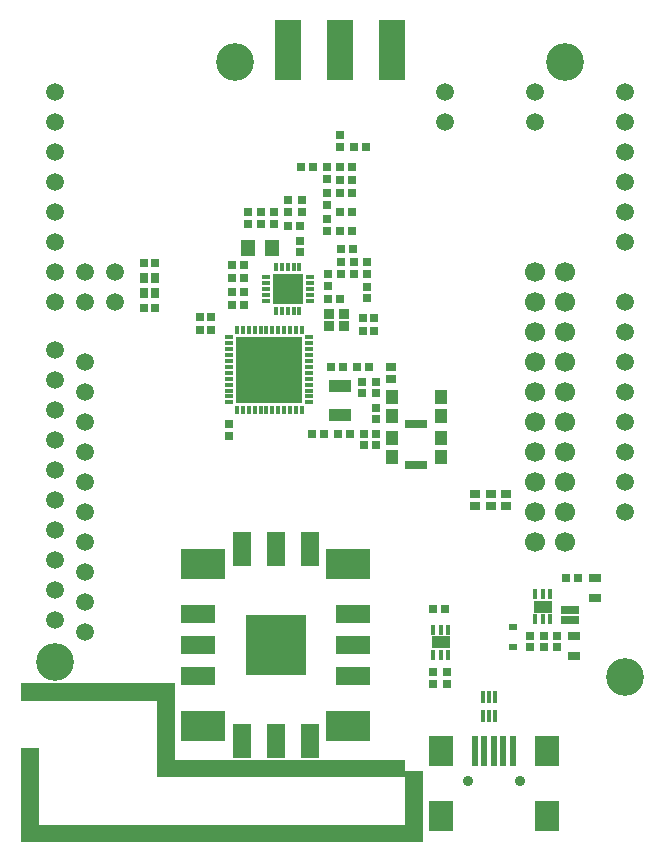
<source format=gts>
G04 DipTrace 2.3.1.0*
%INTopMask.gbr*%
%MOMM*%
%ADD24R,0.7X0.7*%
%ADD25R,0.55X0.55*%
%ADD29R,2.4X2.4*%
%ADD30R,0.5X2.5*%
%ADD31R,2.0X2.5*%
%ADD32R,0.8X0.6*%
%ADD33R,0.75X0.55*%
%ADD36C,1.5*%
%ADD39R,2.286X5.08*%
%ADD44R,0.65X0.4*%
%ADD45R,0.5X0.25*%
%ADD47R,0.4X0.65*%
%ADD48R,0.25X0.5*%
%ADD49R,5.6X5.6*%
%ADD50R,5.4X5.4*%
%ADD51R,2.6X2.6*%
%ADD52R,0.3X1.0*%
%ADD53R,0.25X0.95*%
%ADD55R,0.44X0.84*%
%ADD56R,0.25X0.65*%
%ADD57R,1.6X1.0*%
%ADD58R,1.4X0.8*%
%ADD59R,1.9X1.1*%
%ADD60R,1.8X1.0*%
%ADD66C,0.9*%
%ADD67C,3.2*%
%ADD72R,0.95X0.85*%
%ADD73R,0.55X0.45*%
%ADD83R,0.5X0.75*%
%ADD84R,0.1X0.35*%
%ADD87R,1.9X0.8*%
%ADD88R,1.5X0.4*%
%ADD89R,1.1X1.2*%
%ADD90R,0.7X0.8*%
%ADD93C,1.4*%
%ADD94R,1.2X1.4*%
%ADD95R,0.8X1.0*%
%ADD96C,1.7*%
%ADD98R,0.9X0.8*%
%ADD99R,0.5X0.4*%
%ADD100R,0.8X0.9*%
%ADD101R,0.4X0.5*%
%ADD102R,1.0X0.8*%
%ADD103R,0.6X0.4*%
%ADD108R,2.2X2.2*%
%ADD109R,3.8X2.6*%
%ADD110R,3.4X2.2*%
%ADD111R,1.6X3.0*%
%ADD112R,1.2X2.6*%
%ADD113R,3.0X1.6*%
%ADD114R,2.6X1.2*%
%ADD115R,0.8X0.8*%
%ADD116R,0.4X0.4*%
%FSLAX53Y53*%
G04*
G71*
G90*
G75*
G01*
%LNTopMask*%
%LPD*%
D24*
X26100Y53350D3*
X25100D3*
X26100Y54450D3*
X25100D3*
X27600Y45400D3*
Y44400D3*
X34600Y44600D3*
X35600D3*
X39450Y50200D3*
X38450D3*
X36250D3*
X37250D3*
X37800Y44600D3*
X36800D3*
X38850Y49000D3*
Y48000D3*
D115*
X56100Y32350D3*
X57100D3*
X55350Y27500D3*
Y26500D3*
X40050Y46800D3*
Y45800D3*
Y43600D3*
Y44600D3*
D24*
X28850Y55500D3*
X27850D3*
X37000Y63350D3*
X38000D3*
X37000Y64950D3*
X38000D3*
X34700Y67150D3*
X33700D3*
X39300Y57050D3*
Y56050D3*
X38200Y58100D3*
Y59100D3*
X37100Y58100D3*
Y59100D3*
X39200Y68850D3*
X38200D3*
X37000D3*
Y69850D3*
X38900Y53300D3*
X39900D3*
X38900Y54350D3*
X39900D3*
X32600Y63350D3*
Y64350D3*
X31400Y63350D3*
Y62350D3*
X30300Y63350D3*
Y62350D3*
X38000Y67150D3*
X37000D3*
D115*
X38000Y61750D3*
X37000D3*
X36000Y56000D3*
X37000D3*
X28850Y56550D3*
X27850D3*
X28850Y57800D3*
X27850D3*
X28850Y58850D3*
X27850D3*
X44850Y29750D3*
X45850D3*
X44850Y24400D3*
Y23400D3*
X46050Y24400D3*
Y23400D3*
D113*
X25000Y26700D3*
Y24100D3*
Y29300D3*
X38100Y26700D3*
Y24100D3*
Y29300D3*
D111*
X31550Y18550D3*
X34450D3*
X28650D3*
X31550Y34850D3*
X34450D3*
X28650D3*
D109*
X37700Y19850D3*
X25400D3*
Y33550D3*
X37700D3*
D51*
X30250Y25400D3*
Y28000D3*
X32850D3*
Y25400D3*
D30*
X50000Y17725D3*
X49200D3*
X51600D3*
X50800D3*
D31*
X54500Y12225D3*
X45500D3*
X54500Y17725D3*
X45500D3*
D30*
X48400D3*
D102*
X58550Y32350D3*
Y30650D3*
X56800Y27450D3*
Y25750D3*
D32*
X51650Y28250D3*
Y26550D3*
D100*
X21350Y57800D3*
X20350D3*
X21350Y56500D3*
X20350D3*
D98*
X51050Y39500D3*
Y38500D3*
X41300Y49200D3*
Y50200D3*
X48450Y39500D3*
Y38500D3*
X49750Y39500D3*
Y38500D3*
D66*
X47800Y15200D3*
X52200D3*
D67*
X56050Y76040D3*
X28110D3*
X12870Y25240D3*
X61130Y23970D3*
D36*
Y37940D3*
Y40480D3*
Y43020D3*
Y45560D3*
Y48100D3*
Y50640D3*
Y53180D3*
Y55720D3*
Y60800D3*
Y63340D3*
Y65880D3*
Y68420D3*
Y70960D3*
Y73500D3*
X12870D3*
Y70960D3*
Y68420D3*
Y65880D3*
Y63340D3*
Y60800D3*
Y58260D3*
Y55720D3*
Y51656D3*
Y49116D3*
Y46576D3*
Y44036D3*
Y41496D3*
Y38956D3*
Y36416D3*
Y33876D3*
Y31336D3*
Y28796D3*
D96*
X53510Y40480D3*
Y43020D3*
Y45560D3*
Y48100D3*
Y50640D3*
Y53180D3*
Y55720D3*
Y58260D3*
Y35400D3*
Y37940D3*
X56050Y40480D3*
Y43020D3*
Y45560D3*
Y48100D3*
Y50640D3*
Y53180D3*
Y55720D3*
Y58260D3*
Y35400D3*
Y37940D3*
D36*
X17950Y55720D3*
Y58260D3*
X15410Y55720D3*
Y58260D3*
D24*
X33600Y60950D3*
Y59950D3*
X35900Y61750D3*
Y62750D3*
Y63950D3*
Y64950D3*
Y66150D3*
Y67150D3*
X39300Y58100D3*
Y59100D3*
X37100Y60200D3*
X38100D3*
D115*
X36000Y57100D3*
Y58100D3*
D94*
X31200Y60350D3*
X29200D3*
D115*
Y62350D3*
Y63350D3*
D24*
X38000Y66050D3*
X37000D3*
D36*
X15410Y50640D3*
Y48100D3*
D93*
X38150Y26700D3*
D36*
X15410Y45560D3*
D93*
X38150Y24100D3*
D36*
X15410Y43020D3*
D93*
X38150Y19850D3*
D36*
X15410Y40480D3*
D93*
X34450Y18550D3*
D36*
X15410Y37940D3*
D93*
X31550Y18550D3*
D36*
X15410Y35400D3*
D93*
X28650Y18550D3*
D36*
X15410Y32860D3*
D93*
X25000Y19850D3*
D36*
X15410Y30320D3*
Y27780D3*
X45890Y70960D3*
D93*
X25000Y24100D3*
D36*
X45890Y73500D3*
D93*
X25000Y26700D3*
D36*
X53510Y70960D3*
D93*
X25000Y29300D3*
D36*
X53510Y73500D3*
D93*
X25000Y33650D3*
X38150Y29300D3*
D39*
X37000Y77050D3*
X41420D3*
D93*
X28650Y34850D3*
D39*
X32580Y77050D3*
D93*
X31550Y34850D3*
X34450D3*
X38150Y33650D3*
X32850Y28000D3*
X30250Y25400D3*
Y28000D3*
X32850Y25400D3*
D24*
X40050Y49000D3*
Y48000D3*
D115*
X54250Y26500D3*
Y27500D3*
X53050Y26500D3*
Y27500D3*
D24*
X21350Y59050D3*
X20350D3*
X21350Y55250D3*
X20350D3*
D115*
X39000Y44600D3*
Y43600D3*
X33600Y62150D3*
X32600D3*
X33800Y64350D3*
Y63350D3*
D89*
X41400Y46100D3*
Y47700D3*
X45500Y46100D3*
Y47700D3*
D87*
X43450Y45400D3*
D89*
X41400Y42650D3*
Y44250D3*
X45500Y42650D3*
Y44250D3*
D87*
X43450Y41950D3*
D44*
X34375Y47250D3*
Y47750D3*
Y48250D3*
Y48750D3*
Y49250D3*
Y49750D3*
Y50250D3*
Y50750D3*
Y51250D3*
Y51750D3*
Y52250D3*
Y52750D3*
D47*
X33750Y53375D3*
X33250D3*
X32750D3*
X32250D3*
X31750D3*
X31250D3*
X30750D3*
X30250D3*
X29750D3*
X29250D3*
X28750D3*
X28250D3*
D44*
X27625Y52750D3*
Y52250D3*
Y51750D3*
Y51250D3*
Y50750D3*
Y50250D3*
Y49750D3*
Y49250D3*
Y48750D3*
Y48250D3*
Y47750D3*
Y47250D3*
D47*
X28250Y46625D3*
X28750D3*
X29250D3*
X29750D3*
X30250D3*
X30750D3*
X31250D3*
X31750D3*
X32250D3*
X32750D3*
X33250D3*
X33750D3*
D49*
X31000Y50000D3*
D47*
X31550Y54975D3*
X32050D3*
X32550D3*
X33050D3*
X33550D3*
D44*
X34425Y55850D3*
Y56350D3*
Y56850D3*
Y57350D3*
Y57850D3*
D47*
X33550Y58725D3*
X33050D3*
X32550D3*
X32050D3*
X31550D3*
D44*
X30675Y57850D3*
Y57350D3*
Y56850D3*
Y56350D3*
Y55850D3*
D51*
X32550Y56850D3*
D52*
X49100Y20700D3*
X49600D3*
X50100D3*
Y22320D3*
X49600D3*
X49100D3*
D55*
X54800Y31000D3*
X54150D3*
X53500D3*
Y28900D3*
X54150D3*
X54800D3*
D57*
X54150Y29950D3*
D83*
X56950Y28850D3*
X56450D3*
X55950D3*
Y29650D3*
X56450D3*
X56950D3*
D55*
X44850Y25900D3*
X45500D3*
X46150D3*
Y28000D3*
X45500D3*
X44850D3*
D57*
X45500Y26950D3*
D59*
X36950Y46150D3*
Y48650D3*
D72*
X36050Y54700D3*
Y53700D3*
X37350Y54700D3*
Y53700D3*
G36*
X10000Y18000D2*
X11500D1*
Y10000D1*
X10000D1*
Y18000D1*
G37*
G36*
X11500Y11500D2*
X43000D1*
Y10000D1*
X11500D1*
Y11500D1*
G37*
G36*
X42500Y16000D2*
X44000D1*
Y10000D1*
X42500D1*
Y16000D1*
G37*
G36*
X21500Y17000D2*
X42500D1*
Y15500D1*
X21500D1*
Y17000D1*
G37*
G36*
Y23500D2*
X23000D1*
Y17000D1*
X21500D1*
Y23500D1*
G37*
G36*
X10000D2*
X21500D1*
Y22000D1*
X10000D1*
Y23500D1*
G37*
%LNTopPaste*%
D25*
X26100Y53350D3*
X25100D3*
X26100Y54450D3*
X25100D3*
X27600Y45400D3*
Y44400D3*
X34600Y44600D3*
X35600D3*
X39450Y50200D3*
X38450D3*
X36250D3*
X37250D3*
X37800Y44600D3*
X36800D3*
X38850Y49000D3*
Y48000D3*
D116*
X56100Y32350D3*
X57100D3*
X55350Y27500D3*
Y26500D3*
X40050Y46800D3*
Y45800D3*
Y43600D3*
Y44600D3*
D25*
X28850Y55500D3*
X27850D3*
X37000Y63350D3*
X38000D3*
X37000Y64950D3*
X38000D3*
X34700Y67150D3*
X33700D3*
X39300Y57050D3*
Y56050D3*
X38200Y58100D3*
Y59100D3*
X37100Y58100D3*
Y59100D3*
X39200Y68850D3*
X38200D3*
X37000D3*
Y69850D3*
X38900Y53300D3*
X39900D3*
X38900Y54350D3*
X39900D3*
X32600Y63350D3*
Y64350D3*
X31400Y63350D3*
Y62350D3*
X30300Y63350D3*
Y62350D3*
X38000Y67150D3*
X37000D3*
D116*
X38000Y61750D3*
X37000D3*
X36000Y56000D3*
X37000D3*
X28850Y56550D3*
X27850D3*
X28850Y57800D3*
X27850D3*
X28850Y58850D3*
X27850D3*
X44850Y29750D3*
X45850D3*
X44850Y24400D3*
Y23400D3*
X46050Y24400D3*
Y23400D3*
D114*
X25000Y26700D3*
Y24100D3*
Y29300D3*
X38100Y26700D3*
Y24100D3*
Y29300D3*
D112*
X31550Y18550D3*
X34450D3*
X28650D3*
X31550Y34850D3*
X34450D3*
X28650D3*
D110*
X37700Y19850D3*
X25400D3*
Y33550D3*
X37700D3*
D108*
X30250Y25400D3*
Y28000D3*
X32850D3*
Y25400D3*
D30*
X50000Y17725D3*
X49200D3*
X51600D3*
X50800D3*
D31*
X54500Y12225D3*
X45500D3*
X54500Y17725D3*
X45500D3*
D30*
X48400D3*
D103*
X58550Y32350D3*
Y30650D3*
X56800Y27450D3*
Y25750D3*
D33*
X51650Y28250D3*
Y26550D3*
D101*
X21350Y57800D3*
X20350D3*
X21350Y56500D3*
X20350D3*
D99*
X51050Y39500D3*
Y38500D3*
X41300Y49200D3*
Y50200D3*
X48450Y39500D3*
Y38500D3*
X49750Y39500D3*
Y38500D3*
D25*
X33600Y60950D3*
Y59950D3*
X35900Y61750D3*
Y62750D3*
Y63950D3*
Y64950D3*
Y66150D3*
Y67150D3*
X39300Y58100D3*
Y59100D3*
X37100Y60200D3*
X38100D3*
D116*
X36000Y57100D3*
Y58100D3*
D95*
X31200Y60350D3*
X29200D3*
D116*
Y62350D3*
Y63350D3*
D25*
X38000Y66050D3*
X37000D3*
D39*
Y77050D3*
X41420D3*
X32580D3*
D25*
X40050Y49000D3*
Y48000D3*
D116*
X54250Y26500D3*
Y27500D3*
X53050Y26500D3*
Y27500D3*
D25*
X21350Y59050D3*
X20350D3*
X21350Y55250D3*
X20350D3*
D116*
X39000Y44600D3*
Y43600D3*
X33600Y62150D3*
X32600D3*
X33800Y64350D3*
Y63350D3*
D90*
X41400Y46100D3*
Y47700D3*
X45500Y46100D3*
Y47700D3*
D88*
X43450Y45400D3*
D90*
X41400Y42650D3*
Y44250D3*
X45500Y42650D3*
Y44250D3*
D88*
X43450Y41950D3*
D45*
X34375Y47250D3*
Y47750D3*
Y48250D3*
Y48750D3*
Y49250D3*
Y49750D3*
Y50250D3*
Y50750D3*
Y51250D3*
Y51750D3*
Y52250D3*
Y52750D3*
D48*
X33750Y53375D3*
X33250D3*
X32750D3*
X32250D3*
X31750D3*
X31250D3*
X30750D3*
X30250D3*
X29750D3*
X29250D3*
X28750D3*
X28250D3*
D45*
X27625Y52750D3*
Y52250D3*
Y51750D3*
Y51250D3*
Y50750D3*
Y50250D3*
Y49750D3*
Y49250D3*
Y48750D3*
Y48250D3*
Y47750D3*
Y47250D3*
D48*
X28250Y46625D3*
X28750D3*
X29250D3*
X29750D3*
X30250D3*
X30750D3*
X31250D3*
X31750D3*
X32250D3*
X32750D3*
X33250D3*
X33750D3*
D50*
X31000Y50000D3*
D48*
X31550Y54975D3*
X32050D3*
X32550D3*
X33050D3*
X33550D3*
D45*
X34425Y55850D3*
Y56350D3*
Y56850D3*
Y57350D3*
Y57850D3*
D48*
X33550Y58725D3*
X33050D3*
X32550D3*
X32050D3*
X31550D3*
D45*
X30675Y57850D3*
Y57350D3*
Y56850D3*
Y56350D3*
Y55850D3*
D29*
X32550Y56850D3*
D53*
X49100Y20700D3*
X49600D3*
X50100D3*
Y22320D3*
X49600D3*
X49100D3*
D56*
X54800Y31000D3*
X54150D3*
X53500D3*
Y28900D3*
X54150D3*
X54800D3*
D58*
X54150Y29950D3*
D84*
X56950Y28850D3*
X56450D3*
X55950D3*
Y29650D3*
X56450D3*
X56950D3*
D56*
X44850Y25900D3*
X45500D3*
X46150D3*
Y28000D3*
X45500D3*
X44850D3*
D58*
X45500Y26950D3*
D59*
X36950Y46150D3*
D60*
Y48650D3*
D73*
X36050Y54700D3*
Y53700D3*
X37350Y54700D3*
Y53700D3*
M02*

</source>
